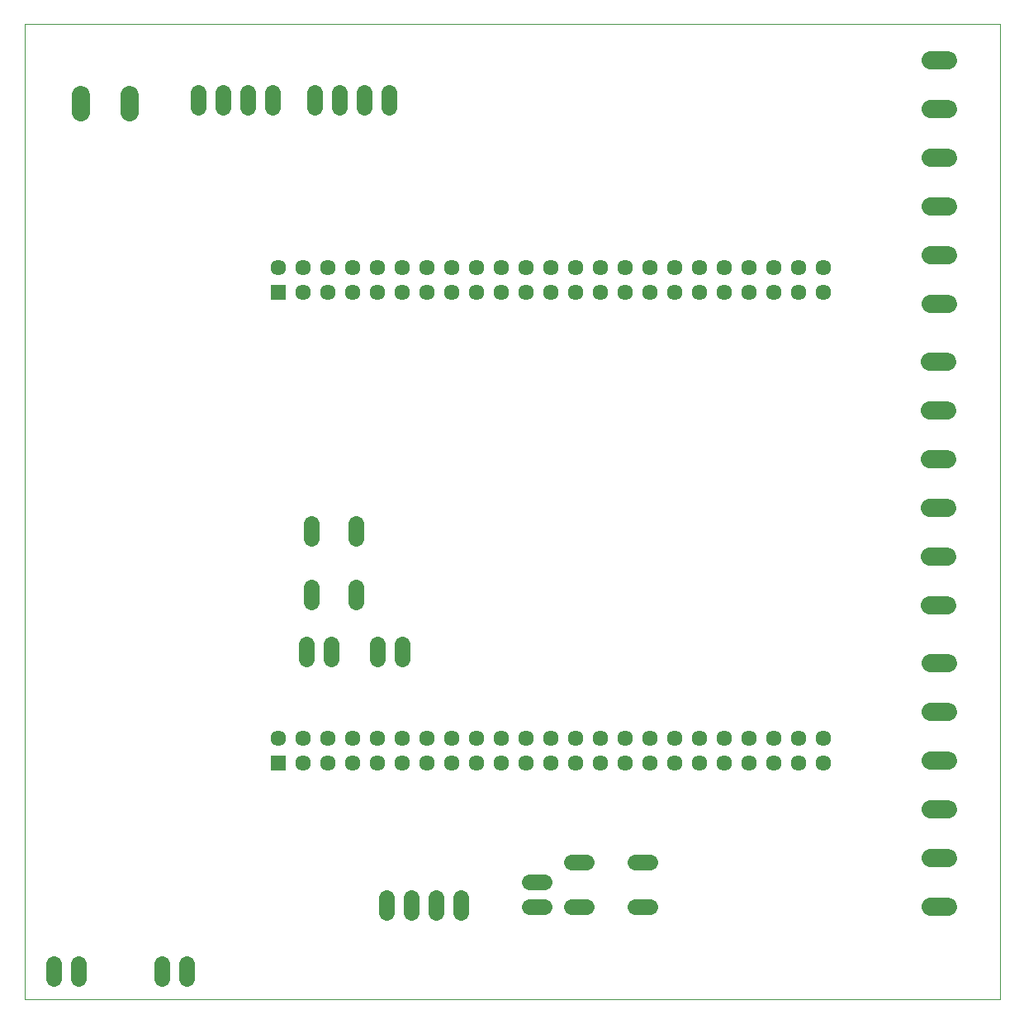
<source format=gbs>
G75*
%MOIN*%
%OFA0B0*%
%FSLAX24Y24*%
%IPPOS*%
%LPD*%
%AMOC8*
5,1,8,0,0,1.08239X$1,22.5*
%
%ADD10C,0.0000*%
%ADD11R,0.0634X0.0634*%
%ADD12C,0.0634*%
%ADD13C,0.0640*%
%ADD14C,0.0745*%
D10*
X000180Y000180D02*
X000180Y039550D01*
X039550Y039550D01*
X039550Y000180D01*
X000180Y000180D01*
D11*
X010436Y009745D03*
X010436Y028745D03*
D12*
X011436Y028745D03*
X011436Y029745D03*
X010436Y029745D03*
X012436Y029745D03*
X013436Y029745D03*
X013436Y028745D03*
X012436Y028745D03*
X014436Y028745D03*
X015436Y028745D03*
X015436Y029745D03*
X014436Y029745D03*
X016436Y029745D03*
X017436Y029745D03*
X017436Y028745D03*
X016436Y028745D03*
X018436Y028745D03*
X019436Y028745D03*
X019436Y029745D03*
X018436Y029745D03*
X020436Y029745D03*
X021436Y029745D03*
X021436Y028745D03*
X020436Y028745D03*
X022436Y028745D03*
X023436Y028745D03*
X023436Y029745D03*
X022436Y029745D03*
X024436Y029745D03*
X024436Y028745D03*
X025436Y028745D03*
X026436Y028745D03*
X026436Y029745D03*
X025436Y029745D03*
X027436Y029745D03*
X028436Y029745D03*
X028436Y028745D03*
X027436Y028745D03*
X029436Y028745D03*
X030436Y028745D03*
X030436Y029745D03*
X029436Y029745D03*
X031436Y029745D03*
X032436Y029745D03*
X032436Y028745D03*
X031436Y028745D03*
X031436Y010745D03*
X032436Y010745D03*
X032436Y009745D03*
X031436Y009745D03*
X030436Y009745D03*
X029436Y009745D03*
X029436Y010745D03*
X030436Y010745D03*
X028436Y010745D03*
X027436Y010745D03*
X027436Y009745D03*
X028436Y009745D03*
X026436Y009745D03*
X025436Y009745D03*
X025436Y010745D03*
X026436Y010745D03*
X024436Y010745D03*
X024436Y009745D03*
X023436Y009745D03*
X022436Y009745D03*
X022436Y010745D03*
X023436Y010745D03*
X021436Y010745D03*
X020436Y010745D03*
X020436Y009745D03*
X021436Y009745D03*
X019436Y009745D03*
X018436Y009745D03*
X018436Y010745D03*
X019436Y010745D03*
X017436Y010745D03*
X016436Y010745D03*
X016436Y009745D03*
X017436Y009745D03*
X015436Y009745D03*
X014436Y009745D03*
X014436Y010745D03*
X015436Y010745D03*
X013436Y010745D03*
X012436Y010745D03*
X012436Y009745D03*
X013436Y009745D03*
X011436Y009745D03*
X011436Y010745D03*
X010436Y010745D03*
D13*
X011570Y013935D02*
X011570Y014535D01*
X012570Y014535D02*
X012570Y013935D01*
X014444Y013935D02*
X014444Y014535D01*
X015444Y014535D02*
X015444Y013935D01*
X013550Y016238D02*
X013550Y016838D01*
X011770Y016838D02*
X011770Y016238D01*
X011770Y018798D02*
X011770Y019398D01*
X013550Y019398D02*
X013550Y018798D01*
X022261Y005716D02*
X022861Y005716D01*
X021149Y004932D02*
X020549Y004932D01*
X020549Y003932D02*
X021149Y003932D01*
X022261Y003936D02*
X022861Y003936D01*
X024821Y003936D02*
X025421Y003936D01*
X025421Y005716D02*
X024821Y005716D01*
X017782Y004299D02*
X017782Y003699D01*
X016782Y003699D02*
X016782Y004299D01*
X015782Y004299D02*
X015782Y003699D01*
X014782Y003699D02*
X014782Y004299D01*
X006743Y001622D02*
X006743Y001022D01*
X005743Y001022D02*
X005743Y001622D01*
X002373Y001622D02*
X002373Y001022D01*
X001373Y001022D02*
X001373Y001622D01*
X007184Y036179D02*
X007184Y036779D01*
X008184Y036779D02*
X008184Y036179D01*
X009184Y036179D02*
X009184Y036779D01*
X010184Y036779D02*
X010184Y036179D01*
X011908Y036179D02*
X011908Y036779D01*
X012908Y036779D02*
X012908Y036179D01*
X013908Y036179D02*
X013908Y036779D01*
X014908Y036779D02*
X014908Y036179D01*
D14*
X004432Y035981D02*
X004432Y036686D01*
X002463Y036686D02*
X002463Y035981D01*
X036768Y036125D02*
X037473Y036125D01*
X037473Y038093D02*
X036768Y038093D01*
X036768Y034156D02*
X037473Y034156D01*
X037473Y032188D02*
X036768Y032188D01*
X036768Y030219D02*
X037473Y030219D01*
X037473Y028251D02*
X036768Y028251D01*
X036729Y025928D02*
X037434Y025928D01*
X037434Y023960D02*
X036729Y023960D01*
X036729Y021991D02*
X037434Y021991D01*
X037434Y020023D02*
X036729Y020023D01*
X036729Y018054D02*
X037434Y018054D01*
X037434Y016086D02*
X036729Y016086D01*
X036768Y013763D02*
X037473Y013763D01*
X037473Y011794D02*
X036768Y011794D01*
X036768Y009826D02*
X037473Y009826D01*
X037473Y007857D02*
X036768Y007857D01*
X036768Y005889D02*
X037473Y005889D01*
X037473Y003920D02*
X036768Y003920D01*
M02*

</source>
